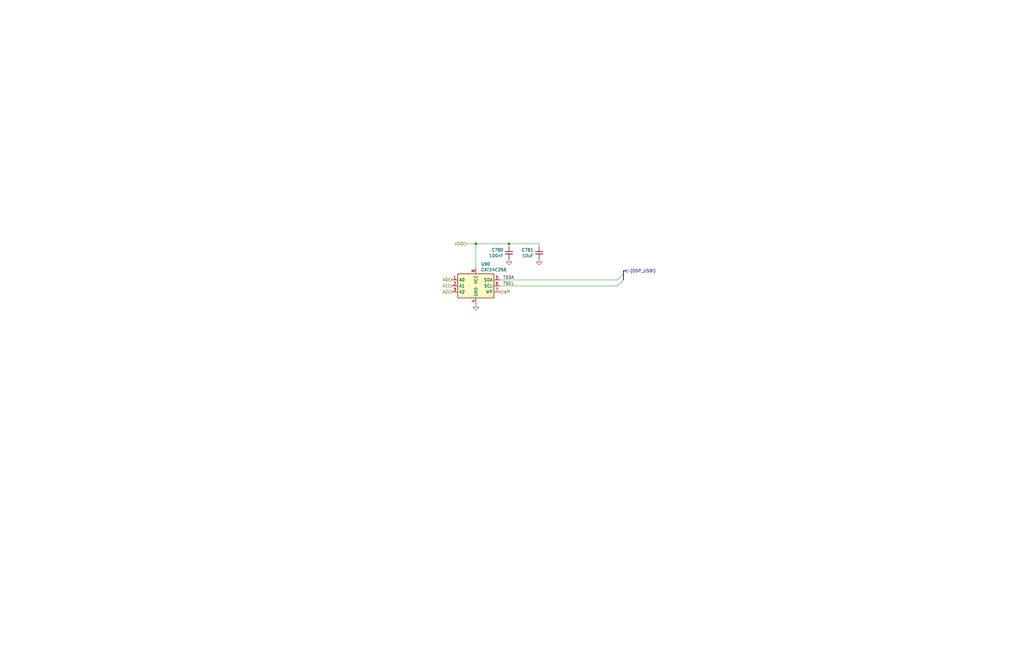
<source format=kicad_sch>
(kicad_sch (version 20250114) (generator "eeschema") (generator_version "9.0")
  (paper "B")
  (lib_symbols
    (symbol "Device:C_Small" (pin_numbers (hide yes)) (pin_names (offset 0.254) (hide yes))
      (property "Reference" "C" (at 0.254 1.778 0))
      (property "Value" "C_Small" (at 0.254 -2.032 0))
      (symbol "C_Small_0_1"
        (polyline (pts (xy -1.524 0.508) (xy 1.524 0.508)) (stroke (width 0.3048)))
        (polyline (pts (xy -1.524 -0.508) (xy 1.524 -0.508)) (stroke (width 0.3302)))
      )
      (symbol "C_Small_1_1"
        (pin passive line (at 0 2.54 270) (length 2.032) (name "~") (number "1"))
        (pin passive line (at 0 -2.54 90) (length 2.032) (name "~") (number "2"))
      )
    )
    (symbol "Memory_EEPROM:CAT24C256"
      (property "Reference" "U" (at -6.35 6.35 0))
      (property "Value" "CAT24C256" (at 1.27 6.35 0))
      (symbol "CAT24C256_1_1"
        (rectangle (start -7.62 5.08) (end 7.62 -5.08) (stroke (width 0.254)) (fill (type background)))
        (pin input line (at -10.16 2.54 0) (length 2.54) (name "A0") (number "1"))
        (pin input line (at -10.16 0 0) (length 2.54) (name "A1") (number "2"))
        (pin input line (at -10.16 -2.54 0) (length 2.54) (name "A2") (number "3"))
        (pin power_in line (at 0 7.62 270) (length 2.54) (name "VCC") (number "8"))
        (pin power_in line (at 0 -7.62 90) (length 2.54) (name "GND") (number "4"))
        (pin bidirectional line (at 10.16 2.54 180) (length 2.54) (name "SDA") (number "5"))
        (pin input line (at 10.16 0 180) (length 2.54) (name "SCL") (number "6"))
        (pin input line (at 10.16 -2.54 180) (length 2.54) (name "WP") (number "7"))
      )
    )
    (symbol "power:GND" (power) (pin_numbers (hide yes)) (pin_names (offset 0) (hide yes))
      (property "Value" "GND" (at 0 -3.81 0))
      (symbol "GND_0_1"
        (polyline (pts (xy 0 0) (xy 0 -1.27) (xy 1.27 -1.27) (xy 0 -2.54) (xy -1.27 -1.27) (xy 0 -1.27)))
      )
      (symbol "GND_1_1"
        (pin power_in line (at 0 0 270) (length 0) (name "~") (number "1"))
      )
    )
  )
  (junction (at 214.63 102.87))
  (junction (at 200.66 102.87))
  (bus_entry (at 262.89 118.11) (size -2.54 2.54))
  (bus_entry (at 262.89 115.57) (size -2.54 2.54))
  (wire (pts (xy 214.63 102.87) (xy 214.63 104.14)))
  (bus (pts (xy 262.89 114.3) (xy 264.16 114.3)))
  (wire (pts (xy 200.66 102.87) (xy 200.66 113.03)))
  (wire (pts (xy 260.35 118.11) (xy 210.82 118.11)))
  (bus (pts (xy 262.89 114.3) (xy 262.89 115.57)))
  (wire (pts (xy 227.33 102.87) (xy 214.63 102.87)))
  (bus (pts (xy 262.89 115.57) (xy 262.89 118.11)))
  (wire (pts (xy 227.33 102.87) (xy 227.33 104.14)))
  (wire (pts (xy 260.35 120.65) (xy 210.82 120.65)))
  (wire (pts (xy 196.85 102.87) (xy 200.66 102.87)))
  (wire (pts (xy 200.66 102.87) (xy 214.63 102.87)))
  (label "TSDA" (at 212.09 118.11 0))
  (label "TSCL" (at 212.09 120.65 0))
  (hierarchical_label "A2" (shape input) (at 190.5 123.19 180))
  (hierarchical_label "WP" (shape input) (at 210.82 123.19 0))
  (hierarchical_label "{DSP_USBi}" (shape output) (at 264.16 114.3 0))
  (hierarchical_label "VDD" (shape input) (at 196.85 102.87 180))
  (hierarchical_label "A0" (shape input) (at 190.5 118.11 180))
  (hierarchical_label "A1" (shape input) (at 190.5 120.65 180))
  (symbol (lib_id "power:GND") (at 227.33 109.22 0) (mirror y) (unit 1)
    (property "Reference" "#PWR0930" (effects (hide yes)))
    (property "Value" "GND" (effects (hide yes)))
    (property "Description" "Power symbol creates a global label with name \"GND\" , ground" (effects (hide yes)))
  )
  (symbol (lib_id "Device:C_Small") (at 227.33 106.68 0) (unit 1)
    (property "Reference" "C781" (at 225.0059 105.4741 0) (effects (justify right)))
    (property "Value" "10uF" (at 225.0059 107.8984 0) (effects (justify right)))
    (property "Description" "Unpolarized capacitor, small symbol" (effects (hide yes)))
  )
  (symbol (lib_id "Device:C_Small") (at 214.63 106.68 0) (mirror y) (unit 1)
    (property "Reference" "C780" (at 212.3059 105.4741 0) (effects (justify left)))
    (property "Value" "100nF" (at 212.3059 107.8984 0) (effects (justify left)))
    (property "Description" "Unpolarized capacitor, small symbol" (effects (hide yes)))
  )
  (symbol (lib_id "Memory_EEPROM:CAT24C256") (at 200.66 120.65 0) (unit 1)
    (property "Reference" "U90" (at 202.8033 111.4255 0) (effects (justify left)))
    (property "Value" "CAT24C256" (at 202.8033 113.8498 0) (effects (justify left)))
    (property "Datasheet" "https://www.onsemi.cn/PowerSolutions/document/CAT24C256-D.PDF" (effects (hide yes)))
    (property "Description" "256 kb CMOS Serial EEPROM, DIP-8/SOIC-8/TSSOP-8/DFN-8" (effects (hide yes)))
  )
  (symbol (lib_id "power:GND") (at 214.63 109.22 0) (mirror y) (unit 1)
    (property "Reference" "#PWR0929" (effects (hide yes)))
    (property "Value" "GND" (effects (hide yes)))
    (property "Description" "Power symbol creates a global label with name \"GND\" , ground" (effects (hide yes)))
  )
  (symbol (lib_id "power:GND") (at 200.66 128.27 0) (mirror y) (unit 1)
    (property "Reference" "#PWR0931" (effects (hide yes)))
    (property "Value" "GND" (effects (hide yes)))
    (property "Description" "Power symbol creates a global label with name \"GND\" , ground" (effects (hide yes)))
  )
)
</source>
